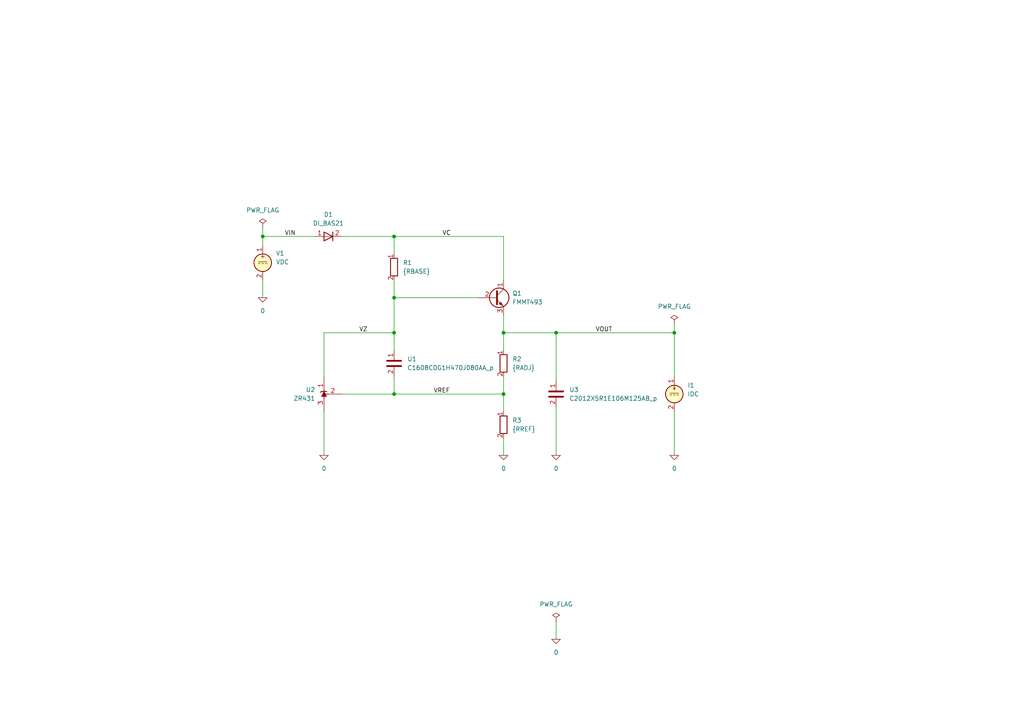
<source format=kicad_sch>
(kicad_sch
	(version 20231120)
	(generator "eeschema")
	(generator_version "8.0")
	(uuid "199042f9-6fdb-48b9-98d1-5108cb1aab14")
	(paper "A4")
	(title_block
		(title "Series regulator for automotive applications")
		(date "2024-12-25")
		(rev "2")
		(company "astroelectronic@")
		(comment 1 "-")
		(comment 2 "-")
		(comment 3 "-")
		(comment 4 "AE01020425")
	)
	(lib_symbols
		(symbol "C_1"
			(pin_names
				(offset 0.254) hide)
			(exclude_from_sim no)
			(in_bom yes)
			(on_board yes)
			(property "Reference" "C"
				(at 0.635 2.54 0)
				(effects
					(font
						(size 1.27 1.27)
					)
					(justify left)
				)
			)
			(property "Value" "C"
				(at 0.635 -2.54 0)
				(effects
					(font
						(size 1.27 1.27)
					)
					(justify left)
				)
			)
			(property "Footprint" ""
				(at 0.9652 -3.81 0)
				(effects
					(font
						(size 1.27 1.27)
					)
					(hide yes)
				)
			)
			(property "Datasheet" "~"
				(at 0 0 0)
				(effects
					(font
						(size 1.27 1.27)
					)
					(hide yes)
				)
			)
			(property "Description" "Unpolarized capacitor"
				(at 0 0 0)
				(effects
					(font
						(size 1.27 1.27)
					)
					(hide yes)
				)
			)
			(property "ki_keywords" "cap capacitor"
				(at 0 0 0)
				(effects
					(font
						(size 1.27 1.27)
					)
					(hide yes)
				)
			)
			(property "ki_fp_filters" "C_*"
				(at 0 0 0)
				(effects
					(font
						(size 1.27 1.27)
					)
					(hide yes)
				)
			)
			(symbol "C_1_0_1"
				(polyline
					(pts
						(xy -2.032 -0.762) (xy 2.032 -0.762)
					)
					(stroke
						(width 0.508)
						(type default)
					)
					(fill
						(type none)
					)
				)
				(polyline
					(pts
						(xy -2.032 0.762) (xy 2.032 0.762)
					)
					(stroke
						(width 0.508)
						(type default)
					)
					(fill
						(type none)
					)
				)
			)
			(symbol "C_1_1_1"
				(pin passive line
					(at 0 3.81 270)
					(length 2.794)
					(name "~"
						(effects
							(font
								(size 1.27 1.27)
							)
						)
					)
					(number "1"
						(effects
							(font
								(size 1.27 1.27)
							)
						)
					)
				)
				(pin passive line
					(at 0 -3.81 90)
					(length 2.794)
					(name "~"
						(effects
							(font
								(size 1.27 1.27)
							)
						)
					)
					(number "2"
						(effects
							(font
								(size 1.27 1.27)
							)
						)
					)
				)
			)
		)
		(symbol "R_1"
			(pin_names
				(offset 0) hide)
			(exclude_from_sim no)
			(in_bom yes)
			(on_board yes)
			(property "Reference" "R"
				(at 2.032 0 90)
				(effects
					(font
						(size 1.27 1.27)
					)
				)
			)
			(property "Value" "R"
				(at 0 0 90)
				(effects
					(font
						(size 1.27 1.27)
					)
				)
			)
			(property "Footprint" ""
				(at -1.778 0 90)
				(effects
					(font
						(size 1.27 1.27)
					)
					(hide yes)
				)
			)
			(property "Datasheet" "~"
				(at 0 0 0)
				(effects
					(font
						(size 1.27 1.27)
					)
					(hide yes)
				)
			)
			(property "Description" "Resistor"
				(at 0 0 0)
				(effects
					(font
						(size 1.27 1.27)
					)
					(hide yes)
				)
			)
			(property "ki_keywords" "R res resistor"
				(at 0 0 0)
				(effects
					(font
						(size 1.27 1.27)
					)
					(hide yes)
				)
			)
			(property "ki_fp_filters" "R_*"
				(at 0 0 0)
				(effects
					(font
						(size 1.27 1.27)
					)
					(hide yes)
				)
			)
			(symbol "R_1_0_1"
				(rectangle
					(start -1.016 -2.54)
					(end 1.016 2.54)
					(stroke
						(width 0.254)
						(type default)
					)
					(fill
						(type none)
					)
				)
			)
			(symbol "R_1_1_1"
				(pin passive line
					(at 0 3.81 270)
					(length 1.27)
					(name "~"
						(effects
							(font
								(size 1.27 1.27)
							)
						)
					)
					(number "1"
						(effects
							(font
								(size 1.27 1.27)
							)
						)
					)
				)
				(pin passive line
					(at 0 -3.81 90)
					(length 1.27)
					(name "~"
						(effects
							(font
								(size 1.27 1.27)
							)
						)
					)
					(number "2"
						(effects
							(font
								(size 1.27 1.27)
							)
						)
					)
				)
			)
		)
		(symbol "R_2"
			(pin_names
				(offset 0) hide)
			(exclude_from_sim no)
			(in_bom yes)
			(on_board yes)
			(property "Reference" "R"
				(at 2.032 0 90)
				(effects
					(font
						(size 1.27 1.27)
					)
				)
			)
			(property "Value" "R"
				(at 0 0 90)
				(effects
					(font
						(size 1.27 1.27)
					)
				)
			)
			(property "Footprint" ""
				(at -1.778 0 90)
				(effects
					(font
						(size 1.27 1.27)
					)
					(hide yes)
				)
			)
			(property "Datasheet" "~"
				(at 0 0 0)
				(effects
					(font
						(size 1.27 1.27)
					)
					(hide yes)
				)
			)
			(property "Description" "Resistor"
				(at 0 0 0)
				(effects
					(font
						(size 1.27 1.27)
					)
					(hide yes)
				)
			)
			(property "ki_keywords" "R res resistor"
				(at 0 0 0)
				(effects
					(font
						(size 1.27 1.27)
					)
					(hide yes)
				)
			)
			(property "ki_fp_filters" "R_*"
				(at 0 0 0)
				(effects
					(font
						(size 1.27 1.27)
					)
					(hide yes)
				)
			)
			(symbol "R_2_0_1"
				(rectangle
					(start -1.016 -2.54)
					(end 1.016 2.54)
					(stroke
						(width 0.254)
						(type default)
					)
					(fill
						(type none)
					)
				)
			)
			(symbol "R_2_1_1"
				(pin passive line
					(at 0 3.81 270)
					(length 1.27)
					(name "~"
						(effects
							(font
								(size 1.27 1.27)
							)
						)
					)
					(number "1"
						(effects
							(font
								(size 1.27 1.27)
							)
						)
					)
				)
				(pin passive line
					(at 0 -3.81 90)
					(length 1.27)
					(name "~"
						(effects
							(font
								(size 1.27 1.27)
							)
						)
					)
					(number "2"
						(effects
							(font
								(size 1.27 1.27)
							)
						)
					)
				)
			)
		)
		(symbol "ZR431:0"
			(power)
			(pin_names
				(offset 0)
			)
			(exclude_from_sim no)
			(in_bom yes)
			(on_board yes)
			(property "Reference" "#GND"
				(at 0 -2.54 0)
				(effects
					(font
						(size 1.27 1.27)
					)
					(hide yes)
				)
			)
			(property "Value" "0"
				(at 0 -1.778 0)
				(effects
					(font
						(size 1.27 1.27)
					)
				)
			)
			(property "Footprint" ""
				(at 0 0 0)
				(effects
					(font
						(size 1.27 1.27)
					)
					(hide yes)
				)
			)
			(property "Datasheet" "~"
				(at 0 0 0)
				(effects
					(font
						(size 1.27 1.27)
					)
					(hide yes)
				)
			)
			(property "Description" "0V reference potential for simulation"
				(at 0 0 0)
				(effects
					(font
						(size 1.27 1.27)
					)
					(hide yes)
				)
			)
			(property "ki_keywords" "simulation"
				(at 0 0 0)
				(effects
					(font
						(size 1.27 1.27)
					)
					(hide yes)
				)
			)
			(symbol "0_0_1"
				(polyline
					(pts
						(xy -1.27 0) (xy 0 -1.27) (xy 1.27 0) (xy -1.27 0)
					)
					(stroke
						(width 0)
						(type default)
					)
					(fill
						(type none)
					)
				)
			)
			(symbol "0_1_1"
				(pin power_in line
					(at 0 0 0)
					(length 0) hide
					(name "0"
						(effects
							(font
								(size 1.016 1.016)
							)
						)
					)
					(number "1"
						(effects
							(font
								(size 1.016 1.016)
							)
						)
					)
				)
			)
		)
		(symbol "ZR431:C"
			(pin_names
				(offset 0.254) hide)
			(exclude_from_sim no)
			(in_bom yes)
			(on_board yes)
			(property "Reference" "C"
				(at 0.635 2.54 0)
				(effects
					(font
						(size 1.27 1.27)
					)
					(justify left)
				)
			)
			(property "Value" "C"
				(at 0.635 -2.54 0)
				(effects
					(font
						(size 1.27 1.27)
					)
					(justify left)
				)
			)
			(property "Footprint" ""
				(at 0.9652 -3.81 0)
				(effects
					(font
						(size 1.27 1.27)
					)
					(hide yes)
				)
			)
			(property "Datasheet" "~"
				(at 0 0 0)
				(effects
					(font
						(size 1.27 1.27)
					)
					(hide yes)
				)
			)
			(property "Description" "Unpolarized capacitor"
				(at 0 0 0)
				(effects
					(font
						(size 1.27 1.27)
					)
					(hide yes)
				)
			)
			(property "ki_keywords" "cap capacitor"
				(at 0 0 0)
				(effects
					(font
						(size 1.27 1.27)
					)
					(hide yes)
				)
			)
			(property "ki_fp_filters" "C_*"
				(at 0 0 0)
				(effects
					(font
						(size 1.27 1.27)
					)
					(hide yes)
				)
			)
			(symbol "C_0_1"
				(polyline
					(pts
						(xy -2.032 -0.762) (xy 2.032 -0.762)
					)
					(stroke
						(width 0.508)
						(type default)
					)
					(fill
						(type none)
					)
				)
				(polyline
					(pts
						(xy -2.032 0.762) (xy 2.032 0.762)
					)
					(stroke
						(width 0.508)
						(type default)
					)
					(fill
						(type none)
					)
				)
			)
			(symbol "C_1_1"
				(pin passive line
					(at 0 3.81 270)
					(length 2.794)
					(name "~"
						(effects
							(font
								(size 1.27 1.27)
							)
						)
					)
					(number "1"
						(effects
							(font
								(size 1.27 1.27)
							)
						)
					)
				)
				(pin passive line
					(at 0 -3.81 90)
					(length 2.794)
					(name "~"
						(effects
							(font
								(size 1.27 1.27)
							)
						)
					)
					(number "2"
						(effects
							(font
								(size 1.27 1.27)
							)
						)
					)
				)
			)
		)
		(symbol "ZR431:DIODE"
			(pin_names
				(offset 1.016) hide)
			(exclude_from_sim no)
			(in_bom yes)
			(on_board yes)
			(property "Reference" "D"
				(at 0 2.54 0)
				(effects
					(font
						(size 1.27 1.27)
					)
				)
			)
			(property "Value" "${SIM.PARAMS}"
				(at 0 -2.54 0)
				(effects
					(font
						(size 1.27 1.27)
					)
				)
			)
			(property "Footprint" ""
				(at 0 0 0)
				(effects
					(font
						(size 1.27 1.27)
					)
					(hide yes)
				)
			)
			(property "Datasheet" "~"
				(at 0 0 0)
				(effects
					(font
						(size 1.27 1.27)
					)
					(hide yes)
				)
			)
			(property "Description" "Diode, anode on pin 1, for simulation only!"
				(at 0 0 0)
				(effects
					(font
						(size 1.27 1.27)
					)
					(hide yes)
				)
			)
			(property "Sim.Pins" "1=1 2=2"
				(at 0 0 0)
				(effects
					(font
						(size 1.27 1.27)
					)
					(hide yes)
				)
			)
			(property "Sim.Device" "SPICE"
				(at 0 0 0)
				(effects
					(font
						(size 1.27 1.27)
					)
					(justify left)
					(hide yes)
				)
			)
			(property "Sim.Params" "type=\"D\" model=\"DIODE\" lib=\"\""
				(at 0 0 0)
				(effects
					(font
						(size 1.27 1.27)
					)
					(hide yes)
				)
			)
			(property "Spice_Netlist_Enabled" "Y"
				(at 0 0 0)
				(effects
					(font
						(size 1.27 1.27)
					)
					(justify left)
					(hide yes)
				)
			)
			(property "ki_keywords" "simulation"
				(at 0 0 0)
				(effects
					(font
						(size 1.27 1.27)
					)
					(hide yes)
				)
			)
			(symbol "DIODE_0_1"
				(polyline
					(pts
						(xy 1.27 0) (xy -1.27 0)
					)
					(stroke
						(width 0)
						(type default)
					)
					(fill
						(type none)
					)
				)
				(polyline
					(pts
						(xy 1.27 1.27) (xy 1.27 -1.27)
					)
					(stroke
						(width 0.254)
						(type default)
					)
					(fill
						(type none)
					)
				)
				(polyline
					(pts
						(xy -1.27 -1.27) (xy -1.27 1.27) (xy 1.27 0) (xy -1.27 -1.27)
					)
					(stroke
						(width 0.254)
						(type default)
					)
					(fill
						(type none)
					)
				)
			)
			(symbol "DIODE_1_1"
				(pin passive line
					(at -3.81 0 0)
					(length 2.54)
					(name "A"
						(effects
							(font
								(size 1.27 1.27)
							)
						)
					)
					(number "1"
						(effects
							(font
								(size 1.27 1.27)
							)
						)
					)
				)
				(pin passive line
					(at 3.81 0 180)
					(length 2.54)
					(name "K"
						(effects
							(font
								(size 1.27 1.27)
							)
						)
					)
					(number "2"
						(effects
							(font
								(size 1.27 1.27)
							)
						)
					)
				)
			)
		)
		(symbol "ZR431:IDC"
			(pin_names
				(offset 0.0254) hide)
			(exclude_from_sim no)
			(in_bom yes)
			(on_board yes)
			(property "Reference" "I"
				(at 2.54 2.54 0)
				(effects
					(font
						(size 1.27 1.27)
					)
					(justify left)
				)
			)
			(property "Value" "1"
				(at 2.54 0 0)
				(effects
					(font
						(size 1.27 1.27)
					)
					(justify left)
				)
			)
			(property "Footprint" ""
				(at 0 0 0)
				(effects
					(font
						(size 1.27 1.27)
					)
					(hide yes)
				)
			)
			(property "Datasheet" "~"
				(at 0 0 0)
				(effects
					(font
						(size 1.27 1.27)
					)
					(hide yes)
				)
			)
			(property "Description" "Current source, DC"
				(at 0 0 0)
				(effects
					(font
						(size 1.27 1.27)
					)
					(hide yes)
				)
			)
			(property "Sim.Pins" "1=+ 2=-"
				(at 0 0 0)
				(effects
					(font
						(size 1.27 1.27)
					)
					(hide yes)
				)
			)
			(property "Sim.Type" "DC"
				(at 0 0 0)
				(effects
					(font
						(size 1.27 1.27)
					)
					(hide yes)
				)
			)
			(property "Sim.Device" "I"
				(at 0 0 0)
				(effects
					(font
						(size 1.27 1.27)
					)
					(justify left)
					(hide yes)
				)
			)
			(property "Spice_Netlist_Enabled" "Y"
				(at 0 0 0)
				(effects
					(font
						(size 1.27 1.27)
					)
					(justify left)
					(hide yes)
				)
			)
			(property "ki_keywords" "simulation"
				(at 0 0 0)
				(effects
					(font
						(size 1.27 1.27)
					)
					(hide yes)
				)
			)
			(symbol "IDC_0_0"
				(polyline
					(pts
						(xy -1.27 0.254) (xy 1.27 0.254)
					)
					(stroke
						(width 0)
						(type default)
					)
					(fill
						(type none)
					)
				)
				(polyline
					(pts
						(xy -0.762 -0.254) (xy -1.27 -0.254)
					)
					(stroke
						(width 0)
						(type default)
					)
					(fill
						(type none)
					)
				)
				(polyline
					(pts
						(xy 0.254 -0.254) (xy -0.254 -0.254)
					)
					(stroke
						(width 0)
						(type default)
					)
					(fill
						(type none)
					)
				)
				(polyline
					(pts
						(xy 1.27 -0.254) (xy 0.762 -0.254)
					)
					(stroke
						(width 0)
						(type default)
					)
					(fill
						(type none)
					)
				)
			)
			(symbol "IDC_0_1"
				(polyline
					(pts
						(xy 0 1.27) (xy 0 2.286)
					)
					(stroke
						(width 0)
						(type default)
					)
					(fill
						(type none)
					)
				)
				(polyline
					(pts
						(xy -0.254 1.778) (xy 0 1.27) (xy 0.254 1.778)
					)
					(stroke
						(width 0)
						(type default)
					)
					(fill
						(type none)
					)
				)
				(circle
					(center 0 0)
					(radius 2.54)
					(stroke
						(width 0.254)
						(type default)
					)
					(fill
						(type background)
					)
				)
			)
			(symbol "IDC_1_1"
				(pin passive line
					(at 0 5.08 270)
					(length 2.54)
					(name "~"
						(effects
							(font
								(size 1.27 1.27)
							)
						)
					)
					(number "1"
						(effects
							(font
								(size 1.27 1.27)
							)
						)
					)
				)
				(pin passive line
					(at 0 -5.08 90)
					(length 2.54)
					(name "~"
						(effects
							(font
								(size 1.27 1.27)
							)
						)
					)
					(number "2"
						(effects
							(font
								(size 1.27 1.27)
							)
						)
					)
				)
			)
		)
		(symbol "ZR431:PWR_FLAG"
			(power)
			(pin_numbers hide)
			(pin_names
				(offset 0) hide)
			(exclude_from_sim no)
			(in_bom yes)
			(on_board yes)
			(property "Reference" "#FLG"
				(at 0 1.905 0)
				(effects
					(font
						(size 1.27 1.27)
					)
					(hide yes)
				)
			)
			(property "Value" "PWR_FLAG"
				(at 0 3.81 0)
				(effects
					(font
						(size 1.27 1.27)
					)
				)
			)
			(property "Footprint" ""
				(at 0 0 0)
				(effects
					(font
						(size 1.27 1.27)
					)
					(hide yes)
				)
			)
			(property "Datasheet" "~"
				(at 0 0 0)
				(effects
					(font
						(size 1.27 1.27)
					)
					(hide yes)
				)
			)
			(property "Description" "Special symbol for telling ERC where power comes from"
				(at 0 0 0)
				(effects
					(font
						(size 1.27 1.27)
					)
					(hide yes)
				)
			)
			(property "ki_keywords" "flag power"
				(at 0 0 0)
				(effects
					(font
						(size 1.27 1.27)
					)
					(hide yes)
				)
			)
			(symbol "PWR_FLAG_0_0"
				(pin power_out line
					(at 0 0 90)
					(length 0)
					(name "pwr"
						(effects
							(font
								(size 1.27 1.27)
							)
						)
					)
					(number "1"
						(effects
							(font
								(size 1.27 1.27)
							)
						)
					)
				)
			)
			(symbol "PWR_FLAG_0_1"
				(polyline
					(pts
						(xy 0 0) (xy 0 1.27) (xy -1.016 1.905) (xy 0 2.54) (xy 1.016 1.905) (xy 0 1.27)
					)
					(stroke
						(width 0)
						(type default)
					)
					(fill
						(type none)
					)
				)
			)
		)
		(symbol "ZR431:Q_NPN_CBE"
			(pin_names
				(offset 0) hide)
			(exclude_from_sim no)
			(in_bom yes)
			(on_board yes)
			(property "Reference" "Q"
				(at 5.08 1.27 0)
				(effects
					(font
						(size 1.27 1.27)
					)
					(justify left)
				)
			)
			(property "Value" "Q_NPN_CBE"
				(at 5.08 -1.27 0)
				(effects
					(font
						(size 1.27 1.27)
					)
					(justify left)
				)
			)
			(property "Footprint" ""
				(at 5.08 2.54 0)
				(effects
					(font
						(size 1.27 1.27)
					)
					(hide yes)
				)
			)
			(property "Datasheet" "~"
				(at 0 0 0)
				(effects
					(font
						(size 1.27 1.27)
					)
					(hide yes)
				)
			)
			(property "Description" "NPN transistor, collector/base/emitter"
				(at 0 0 0)
				(effects
					(font
						(size 1.27 1.27)
					)
					(hide yes)
				)
			)
			(property "ki_keywords" "transistor NPN"
				(at 0 0 0)
				(effects
					(font
						(size 1.27 1.27)
					)
					(hide yes)
				)
			)
			(symbol "Q_NPN_CBE_0_1"
				(polyline
					(pts
						(xy 0.635 0.635) (xy 2.54 2.54)
					)
					(stroke
						(width 0)
						(type default)
					)
					(fill
						(type none)
					)
				)
				(polyline
					(pts
						(xy 0.635 -0.635) (xy 2.54 -2.54) (xy 2.54 -2.54)
					)
					(stroke
						(width 0)
						(type default)
					)
					(fill
						(type none)
					)
				)
				(polyline
					(pts
						(xy 0.635 1.905) (xy 0.635 -1.905) (xy 0.635 -1.905)
					)
					(stroke
						(width 0.508)
						(type default)
					)
					(fill
						(type none)
					)
				)
				(polyline
					(pts
						(xy 1.27 -1.778) (xy 1.778 -1.27) (xy 2.286 -2.286) (xy 1.27 -1.778) (xy 1.27 -1.778)
					)
					(stroke
						(width 0)
						(type default)
					)
					(fill
						(type outline)
					)
				)
				(circle
					(center 1.27 0)
					(radius 2.8194)
					(stroke
						(width 0.254)
						(type default)
					)
					(fill
						(type none)
					)
				)
			)
			(symbol "Q_NPN_CBE_1_1"
				(pin passive line
					(at 2.54 5.08 270)
					(length 2.54)
					(name "C"
						(effects
							(font
								(size 1.27 1.27)
							)
						)
					)
					(number "1"
						(effects
							(font
								(size 1.27 1.27)
							)
						)
					)
				)
				(pin input line
					(at -5.08 0 0)
					(length 5.715)
					(name "B"
						(effects
							(font
								(size 1.27 1.27)
							)
						)
					)
					(number "2"
						(effects
							(font
								(size 1.27 1.27)
							)
						)
					)
				)
				(pin passive line
					(at 2.54 -5.08 90)
					(length 2.54)
					(name "E"
						(effects
							(font
								(size 1.27 1.27)
							)
						)
					)
					(number "3"
						(effects
							(font
								(size 1.27 1.27)
							)
						)
					)
				)
			)
		)
		(symbol "ZR431:R"
			(pin_names
				(offset 0) hide)
			(exclude_from_sim no)
			(in_bom yes)
			(on_board yes)
			(property "Reference" "R"
				(at 2.032 0 90)
				(effects
					(font
						(size 1.27 1.27)
					)
				)
			)
			(property "Value" "R"
				(at 0 0 90)
				(effects
					(font
						(size 1.27 1.27)
					)
				)
			)
			(property "Footprint" ""
				(at -1.778 0 90)
				(effects
					(font
						(size 1.27 1.27)
					)
					(hide yes)
				)
			)
			(property "Datasheet" "~"
				(at 0 0 0)
				(effects
					(font
						(size 1.27 1.27)
					)
					(hide yes)
				)
			)
			(property "Description" "Resistor"
				(at 0 0 0)
				(effects
					(font
						(size 1.27 1.27)
					)
					(hide yes)
				)
			)
			(property "ki_keywords" "R res resistor"
				(at 0 0 0)
				(effects
					(font
						(size 1.27 1.27)
					)
					(hide yes)
				)
			)
			(property "ki_fp_filters" "R_*"
				(at 0 0 0)
				(effects
					(font
						(size 1.27 1.27)
					)
					(hide yes)
				)
			)
			(symbol "R_0_1"
				(rectangle
					(start -1.016 -2.54)
					(end 1.016 2.54)
					(stroke
						(width 0.254)
						(type default)
					)
					(fill
						(type none)
					)
				)
			)
			(symbol "R_1_1"
				(pin passive line
					(at 0 3.81 270)
					(length 1.27)
					(name "~"
						(effects
							(font
								(size 1.27 1.27)
							)
						)
					)
					(number "1"
						(effects
							(font
								(size 1.27 1.27)
							)
						)
					)
				)
				(pin passive line
					(at 0 -3.81 90)
					(length 1.27)
					(name "~"
						(effects
							(font
								(size 1.27 1.27)
							)
						)
					)
					(number "2"
						(effects
							(font
								(size 1.27 1.27)
							)
						)
					)
				)
			)
		)
		(symbol "ZR431:VDC"
			(pin_names
				(offset 0.0254) hide)
			(exclude_from_sim no)
			(in_bom yes)
			(on_board yes)
			(property "Reference" "V"
				(at 2.54 2.54 0)
				(effects
					(font
						(size 1.27 1.27)
					)
					(justify left)
				)
			)
			(property "Value" "1"
				(at 2.54 0 0)
				(effects
					(font
						(size 1.27 1.27)
					)
					(justify left)
				)
			)
			(property "Footprint" ""
				(at 0 0 0)
				(effects
					(font
						(size 1.27 1.27)
					)
					(hide yes)
				)
			)
			(property "Datasheet" "~"
				(at 0 0 0)
				(effects
					(font
						(size 1.27 1.27)
					)
					(hide yes)
				)
			)
			(property "Description" "Voltage source, DC"
				(at 0 0 0)
				(effects
					(font
						(size 1.27 1.27)
					)
					(hide yes)
				)
			)
			(property "Sim.Pins" "1=+ 2=-"
				(at 0 0 0)
				(effects
					(font
						(size 1.27 1.27)
					)
					(hide yes)
				)
			)
			(property "Sim.Type" "DC"
				(at 0 0 0)
				(effects
					(font
						(size 1.27 1.27)
					)
					(hide yes)
				)
			)
			(property "Sim.Device" "V"
				(at 0 0 0)
				(effects
					(font
						(size 1.27 1.27)
					)
					(justify left)
					(hide yes)
				)
			)
			(property "Spice_Netlist_Enabled" "Y"
				(at 0 0 0)
				(effects
					(font
						(size 1.27 1.27)
					)
					(justify left)
					(hide yes)
				)
			)
			(property "ki_keywords" "simulation"
				(at 0 0 0)
				(effects
					(font
						(size 1.27 1.27)
					)
					(hide yes)
				)
			)
			(symbol "VDC_0_0"
				(polyline
					(pts
						(xy -1.27 0.254) (xy 1.27 0.254)
					)
					(stroke
						(width 0)
						(type default)
					)
					(fill
						(type none)
					)
				)
				(polyline
					(pts
						(xy -0.762 -0.254) (xy -1.27 -0.254)
					)
					(stroke
						(width 0)
						(type default)
					)
					(fill
						(type none)
					)
				)
				(polyline
					(pts
						(xy 0.254 -0.254) (xy -0.254 -0.254)
					)
					(stroke
						(width 0)
						(type default)
					)
					(fill
						(type none)
					)
				)
				(polyline
					(pts
						(xy 1.27 -0.254) (xy 0.762 -0.254)
					)
					(stroke
						(width 0)
						(type default)
					)
					(fill
						(type none)
					)
				)
				(text "+"
					(at 0 1.905 0)
					(effects
						(font
							(size 1.27 1.27)
						)
					)
				)
			)
			(symbol "VDC_0_1"
				(circle
					(center 0 0)
					(radius 2.54)
					(stroke
						(width 0.254)
						(type default)
					)
					(fill
						(type background)
					)
				)
			)
			(symbol "VDC_1_1"
				(pin passive line
					(at 0 5.08 270)
					(length 2.54)
					(name "~"
						(effects
							(font
								(size 1.27 1.27)
							)
						)
					)
					(number "1"
						(effects
							(font
								(size 1.27 1.27)
							)
						)
					)
				)
				(pin passive line
					(at 0 -5.08 90)
					(length 2.54)
					(name "~"
						(effects
							(font
								(size 1.27 1.27)
							)
						)
					)
					(number "2"
						(effects
							(font
								(size 1.27 1.27)
							)
						)
					)
				)
			)
		)
		(symbol "ZR431:ZR431"
			(pin_names hide)
			(exclude_from_sim no)
			(in_bom yes)
			(on_board yes)
			(property "Reference" "U"
				(at 0 -2.54 0)
				(effects
					(font
						(size 1.27 1.27)
					)
				)
			)
			(property "Value" "ZR431"
				(at 0 -4.445 0)
				(effects
					(font
						(size 1.27 1.27)
					)
				)
			)
			(property "Footprint" ""
				(at 0 -6.35 0)
				(effects
					(font
						(size 1.27 1.27)
						(italic yes)
					)
					(hide yes)
				)
			)
			(property "Datasheet" "https://www.diodes.com/assets/Datasheets/ZR431.pdf"
				(at 0 -6.35 0)
				(effects
					(font
						(size 1.27 1.27)
						(italic yes)
					)
					(hide yes)
				)
			)
			(property "Description" "Shunt Regulator, SOT-23, SOT-223"
				(at 0 0 0)
				(effects
					(font
						(size 1.27 1.27)
					)
					(hide yes)
				)
			)
			(property "ki_keywords" "diode device shunt regulator. Simulation."
				(at 0 0 0)
				(effects
					(font
						(size 1.27 1.27)
					)
					(hide yes)
				)
			)
			(property "ki_fp_filters" "SOIC?8*3.9x4.9mm*P1.27mm*"
				(at 0 0 0)
				(effects
					(font
						(size 1.27 1.27)
					)
					(hide yes)
				)
			)
			(symbol "ZR431_0_1"
				(polyline
					(pts
						(xy -1.27 0) (xy 0 0) (xy 1.27 0)
					)
					(stroke
						(width 0)
						(type default)
					)
					(fill
						(type none)
					)
				)
				(polyline
					(pts
						(xy -0.762 0.762) (xy 0.762 0) (xy -0.762 -0.762)
					)
					(stroke
						(width 0)
						(type default)
					)
					(fill
						(type outline)
					)
				)
				(polyline
					(pts
						(xy 0.508 -1.016) (xy 0.762 -0.762) (xy 0.762 0.762) (xy 0.762 0.762)
					)
					(stroke
						(width 0.254)
						(type default)
					)
					(fill
						(type none)
					)
				)
			)
			(symbol "ZR431_1_1"
				(polyline
					(pts
						(xy 0 1.27) (xy 0 0)
					)
					(stroke
						(width 0)
						(type default)
					)
					(fill
						(type none)
					)
				)
				(pin passive line
					(at 5.08 0 180)
					(length 5.08)
					(name "K"
						(effects
							(font
								(size 1.27 1.27)
							)
						)
					)
					(number "1"
						(effects
							(font
								(size 1.27 1.27)
							)
						)
					)
				)
				(pin passive line
					(at 0 5.08 270)
					(length 5.08)
					(name "REF"
						(effects
							(font
								(size 1.27 1.27)
							)
						)
					)
					(number "2"
						(effects
							(font
								(size 1.27 1.27)
							)
						)
					)
				)
				(pin passive line
					(at -5.08 0 0)
					(length 5.08)
					(name "A"
						(effects
							(font
								(size 1.27 1.27)
							)
						)
					)
					(number "3"
						(effects
							(font
								(size 1.27 1.27)
							)
						)
					)
				)
			)
		)
	)
	(junction
		(at 114.3 96.52)
		(diameter 0)
		(color 0 0 0 0)
		(uuid "0aff0b6f-eccc-4b81-a4db-a97958a40086")
	)
	(junction
		(at 76.2 68.58)
		(diameter 0)
		(color 0 0 0 0)
		(uuid "14a1276d-dbc7-4947-89e8-822f0642fb7c")
	)
	(junction
		(at 161.29 96.52)
		(diameter 0)
		(color 0 0 0 0)
		(uuid "3e76878a-4d7a-4ea5-ad96-63adb548e2c4")
	)
	(junction
		(at 114.3 86.36)
		(diameter 0)
		(color 0 0 0 0)
		(uuid "53d34366-3554-4f2b-bdbf-08556a7c0a95")
	)
	(junction
		(at 146.05 114.3)
		(diameter 0)
		(color 0 0 0 0)
		(uuid "54bd7ed3-ea7f-45c3-8391-8ed45b8c1191")
	)
	(junction
		(at 114.3 68.58)
		(diameter 0)
		(color 0 0 0 0)
		(uuid "987d377a-19a2-4a9b-8232-10f2d1d6c1c3")
	)
	(junction
		(at 195.58 96.52)
		(diameter 0)
		(color 0 0 0 0)
		(uuid "9c633633-99d6-4ea7-8e13-c6f8e71bc52f")
	)
	(junction
		(at 114.3 114.3)
		(diameter 0)
		(color 0 0 0 0)
		(uuid "c90e26d2-f5b5-413b-965d-55f8672f6d67")
	)
	(junction
		(at 146.05 96.52)
		(diameter 0)
		(color 0 0 0 0)
		(uuid "d2a3c8d7-beb8-4c48-9137-9e1c81d653f0")
	)
	(wire
		(pts
			(xy 114.3 86.36) (xy 138.43 86.36)
		)
		(stroke
			(width 0)
			(type default)
		)
		(uuid "02d637c3-626c-49b5-bd95-081e5e9800f4")
	)
	(wire
		(pts
			(xy 76.2 66.04) (xy 76.2 68.58)
		)
		(stroke
			(width 0)
			(type default)
		)
		(uuid "08f235ab-4d05-4716-99e7-5df406b19d7f")
	)
	(wire
		(pts
			(xy 76.2 68.58) (xy 76.2 71.12)
		)
		(stroke
			(width 0)
			(type default)
		)
		(uuid "0ff49d33-d6b6-49e1-adf5-8b98546318d3")
	)
	(wire
		(pts
			(xy 114.3 86.36) (xy 114.3 96.52)
		)
		(stroke
			(width 0)
			(type default)
		)
		(uuid "1cf7520e-caca-4112-bca9-19e4d8591742")
	)
	(wire
		(pts
			(xy 76.2 68.58) (xy 91.44 68.58)
		)
		(stroke
			(width 0)
			(type default)
		)
		(uuid "20595745-a148-444b-92a5-29d73f17eb46")
	)
	(wire
		(pts
			(xy 161.29 110.49) (xy 161.29 96.52)
		)
		(stroke
			(width 0)
			(type default)
		)
		(uuid "302ea525-e66a-4e18-8bd9-5e3ef3611cfe")
	)
	(wire
		(pts
			(xy 114.3 114.3) (xy 146.05 114.3)
		)
		(stroke
			(width 0)
			(type default)
		)
		(uuid "350dcd6c-0afa-4463-9e50-75730e337ce1")
	)
	(wire
		(pts
			(xy 114.3 109.22) (xy 114.3 114.3)
		)
		(stroke
			(width 0)
			(type default)
		)
		(uuid "3c025a6f-50ba-4483-8b6c-429c9d508b16")
	)
	(wire
		(pts
			(xy 146.05 68.58) (xy 146.05 81.28)
		)
		(stroke
			(width 0)
			(type default)
		)
		(uuid "3f64c820-684a-4291-8800-bebd06f6378e")
	)
	(wire
		(pts
			(xy 146.05 91.44) (xy 146.05 96.52)
		)
		(stroke
			(width 0)
			(type default)
		)
		(uuid "4af9b4d1-4ff2-4cbc-8d27-d02cb396663b")
	)
	(wire
		(pts
			(xy 93.98 96.52) (xy 114.3 96.52)
		)
		(stroke
			(width 0)
			(type default)
		)
		(uuid "4e0cbda6-ddf9-4444-9494-5c7a5e325d58")
	)
	(wire
		(pts
			(xy 114.3 68.58) (xy 146.05 68.58)
		)
		(stroke
			(width 0)
			(type default)
		)
		(uuid "5aed6495-5b14-4e63-be57-c9a4a523b8a9")
	)
	(wire
		(pts
			(xy 114.3 114.3) (xy 99.06 114.3)
		)
		(stroke
			(width 0)
			(type default)
		)
		(uuid "5f24f636-8c78-4fd9-8bbb-fe40df557521")
	)
	(wire
		(pts
			(xy 195.58 96.52) (xy 195.58 109.22)
		)
		(stroke
			(width 0)
			(type default)
		)
		(uuid "5f561b15-509f-4804-be05-edb342398c41")
	)
	(wire
		(pts
			(xy 99.06 68.58) (xy 114.3 68.58)
		)
		(stroke
			(width 0)
			(type default)
		)
		(uuid "6db848eb-4de7-4ba5-b89d-a6d617818213")
	)
	(wire
		(pts
			(xy 195.58 119.38) (xy 195.58 132.08)
		)
		(stroke
			(width 0)
			(type default)
		)
		(uuid "7f994d8d-eebf-4240-9cd5-ed267c7ca79b")
	)
	(wire
		(pts
			(xy 146.05 96.52) (xy 161.29 96.52)
		)
		(stroke
			(width 0)
			(type default)
		)
		(uuid "85c3ed6e-2667-4bc0-91cb-e0a954fdb93a")
	)
	(wire
		(pts
			(xy 146.05 114.3) (xy 146.05 119.38)
		)
		(stroke
			(width 0)
			(type default)
		)
		(uuid "891fc1d6-d547-449e-b43e-8c175ee8099b")
	)
	(wire
		(pts
			(xy 114.3 68.58) (xy 114.3 73.66)
		)
		(stroke
			(width 0)
			(type default)
		)
		(uuid "8cb61e79-f82f-4ca6-9f74-af9af22600d8")
	)
	(wire
		(pts
			(xy 161.29 180.34) (xy 161.29 185.42)
		)
		(stroke
			(width 0)
			(type default)
		)
		(uuid "a5b5f87d-7e7f-406b-89f4-1cdd798788d6")
	)
	(wire
		(pts
			(xy 93.98 119.38) (xy 93.98 132.08)
		)
		(stroke
			(width 0)
			(type default)
		)
		(uuid "b23327aa-f714-485c-97ea-3166d830178d")
	)
	(wire
		(pts
			(xy 161.29 96.52) (xy 195.58 96.52)
		)
		(stroke
			(width 0)
			(type default)
		)
		(uuid "bc5df815-9dc4-4a8a-ae5a-fa1a796930e3")
	)
	(wire
		(pts
			(xy 114.3 81.28) (xy 114.3 86.36)
		)
		(stroke
			(width 0)
			(type default)
		)
		(uuid "c193f957-ad7d-424d-8d66-3d2822429098")
	)
	(wire
		(pts
			(xy 146.05 114.3) (xy 146.05 109.22)
		)
		(stroke
			(width 0)
			(type default)
		)
		(uuid "d0abcb95-bd76-461e-a77d-18a68fdc8943")
	)
	(wire
		(pts
			(xy 114.3 96.52) (xy 114.3 101.6)
		)
		(stroke
			(width 0)
			(type default)
		)
		(uuid "d78c915b-ba5c-4824-b3cf-838c0a8125cf")
	)
	(wire
		(pts
			(xy 195.58 93.98) (xy 195.58 96.52)
		)
		(stroke
			(width 0)
			(type default)
		)
		(uuid "e429a60c-399e-465b-8f05-2604a2d4e6f5")
	)
	(wire
		(pts
			(xy 146.05 96.52) (xy 146.05 101.6)
		)
		(stroke
			(width 0)
			(type default)
		)
		(uuid "e683ded9-f2e5-46ed-a577-63780dfd42b9")
	)
	(wire
		(pts
			(xy 146.05 127) (xy 146.05 132.08)
		)
		(stroke
			(width 0)
			(type default)
		)
		(uuid "f3ec9616-3a36-4063-a005-2c4426c3c032")
	)
	(wire
		(pts
			(xy 76.2 81.28) (xy 76.2 86.36)
		)
		(stroke
			(width 0)
			(type default)
		)
		(uuid "f952dcf3-6d37-4a59-bb1c-a49cd45e87ca")
	)
	(wire
		(pts
			(xy 161.29 118.11) (xy 161.29 132.08)
		)
		(stroke
			(width 0)
			(type default)
		)
		(uuid "fcf2b014-90e4-4826-919c-560c5d1e0a4f")
	)
	(wire
		(pts
			(xy 93.98 109.22) (xy 93.98 96.52)
		)
		(stroke
			(width 0)
			(type default)
		)
		(uuid "feb836da-b1c0-4793-b595-004624384ac2")
	)
	(label "VOUT"
		(at 172.72 96.52 0)
		(fields_autoplaced yes)
		(effects
			(font
				(size 1.27 1.27)
			)
			(justify left bottom)
		)
		(uuid "8a6e34a7-57a9-4791-bb84-73b8e9a31697")
	)
	(label "VZ"
		(at 104.14 96.52 0)
		(fields_autoplaced yes)
		(effects
			(font
				(size 1.27 1.27)
			)
			(justify left bottom)
		)
		(uuid "95873439-dd11-4ca3-999c-544ad68eddd1")
	)
	(label "VIN"
		(at 82.55 68.58 0)
		(fields_autoplaced yes)
		(effects
			(font
				(size 1.27 1.27)
			)
			(justify left bottom)
		)
		(uuid "b251e546-13a6-4d0d-950b-163c969c1bbc")
	)
	(label "VREF"
		(at 125.73 114.3 0)
		(fields_autoplaced yes)
		(effects
			(font
				(size 1.27 1.27)
			)
			(justify left bottom)
		)
		(uuid "d0d6adb0-012c-4f88-95fb-710a07a8ba99")
	)
	(label "VC"
		(at 128.27 68.58 0)
		(fields_autoplaced yes)
		(effects
			(font
				(size 1.27 1.27)
			)
			(justify left bottom)
		)
		(uuid "e47816aa-0e22-4d4b-b813-0da63f1f3434")
	)
	(symbol
		(lib_id "ZR431:0")
		(at 195.58 132.08 0)
		(unit 1)
		(exclude_from_sim no)
		(in_bom yes)
		(on_board yes)
		(dnp no)
		(fields_autoplaced yes)
		(uuid "01d3bcd2-790c-4538-92c7-aaf142c423db")
		(property "Reference" "#GND06"
			(at 195.58 134.62 0)
			(effects
				(font
					(size 1.27 1.27)
				)
				(hide yes)
			)
		)
		(property "Value" "0"
			(at 195.58 135.89 0)
			(effects
				(font
					(size 1.27 1.27)
				)
			)
		)
		(property "Footprint" ""
			(at 195.58 132.08 0)
			(effects
				(font
					(size 1.27 1.27)
				)
				(hide yes)
			)
		)
		(property "Datasheet" "~"
			(at 195.58 132.08 0)
			(effects
				(font
					(size 1.27 1.27)
				)
				(hide yes)
			)
		)
		(property "Description" ""
			(at 195.58 132.08 0)
			(effects
				(font
					(size 1.27 1.27)
				)
				(hide yes)
			)
		)
		(pin "1"
			(uuid "8e999bd7-67de-45a4-9f82-df1034e9d99b")
		)
		(instances
			(project ""
				(path "/199042f9-6fdb-48b9-98d1-5108cb1aab14"
					(reference "#GND06")
					(unit 1)
				)
			)
		)
	)
	(symbol
		(lib_id "ZR431:PWR_FLAG")
		(at 195.58 93.98 0)
		(unit 1)
		(exclude_from_sim no)
		(in_bom yes)
		(on_board yes)
		(dnp no)
		(fields_autoplaced yes)
		(uuid "117b6fd1-6d28-4345-adc8-c09b9112f598")
		(property "Reference" "#FLG03"
			(at 195.58 92.075 0)
			(effects
				(font
					(size 1.27 1.27)
				)
				(hide yes)
			)
		)
		(property "Value" "PWR_FLAG"
			(at 195.58 88.9 0)
			(effects
				(font
					(size 1.27 1.27)
				)
			)
		)
		(property "Footprint" ""
			(at 195.58 93.98 0)
			(effects
				(font
					(size 1.27 1.27)
				)
				(hide yes)
			)
		)
		(property "Datasheet" "~"
			(at 195.58 93.98 0)
			(effects
				(font
					(size 1.27 1.27)
				)
				(hide yes)
			)
		)
		(property "Description" ""
			(at 195.58 93.98 0)
			(effects
				(font
					(size 1.27 1.27)
				)
				(hide yes)
			)
		)
		(pin "1"
			(uuid "36cadb20-091d-46f1-a427-a0d1e3ece68b")
		)
		(instances
			(project ""
				(path "/199042f9-6fdb-48b9-98d1-5108cb1aab14"
					(reference "#FLG03")
					(unit 1)
				)
			)
		)
	)
	(symbol
		(lib_name "ZR431:VDC")
		(lib_id "ZR431:VDC")
		(at 76.2 76.2 0)
		(unit 1)
		(exclude_from_sim no)
		(in_bom yes)
		(on_board yes)
		(dnp no)
		(fields_autoplaced yes)
		(uuid "13152bc8-9bc6-46d3-9119-01e69d3399b6")
		(property "Reference" "V1"
			(at 80.01 73.4701 0)
			(effects
				(font
					(size 1.27 1.27)
				)
				(justify left)
			)
		)
		(property "Value" "VDC"
			(at 80.01 76.0101 0)
			(effects
				(font
					(size 1.27 1.27)
				)
				(justify left)
			)
		)
		(property "Footprint" ""
			(at 76.2 76.2 0)
			(effects
				(font
					(size 1.27 1.27)
				)
				(hide yes)
			)
		)
		(property "Datasheet" "~"
			(at 76.2 76.2 0)
			(effects
				(font
					(size 1.27 1.27)
				)
				(hide yes)
			)
		)
		(property "Description" ""
			(at 76.2 76.2 0)
			(effects
				(font
					(size 1.27 1.27)
				)
				(hide yes)
			)
		)
		(property "Sim.Device" "SPICE"
			(at 76.2 76.2 0)
			(effects
				(font
					(size 1.27 1.27)
				)
				(justify left)
				(hide yes)
			)
		)
		(property "Sim.Params" "type=\"V\" model=\"{VSOURCE}\" lib=\"\""
			(at -11.43 5.08 0)
			(effects
				(font
					(size 1.27 1.27)
				)
				(hide yes)
			)
		)
		(property "Sim.Pins" "1=1 2=2"
			(at -11.43 5.08 0)
			(effects
				(font
					(size 1.27 1.27)
				)
				(hide yes)
			)
		)
		(pin "1"
			(uuid "fdf793e8-b140-4ce0-86c1-ef6491a89471")
		)
		(pin "2"
			(uuid "39241901-029b-4b54-87fe-8b19042f316a")
		)
		(instances
			(project ""
				(path "/199042f9-6fdb-48b9-98d1-5108cb1aab14"
					(reference "V1")
					(unit 1)
				)
			)
		)
	)
	(symbol
		(lib_id "ZR431:PWR_FLAG")
		(at 76.2 66.04 0)
		(unit 1)
		(exclude_from_sim no)
		(in_bom yes)
		(on_board yes)
		(dnp no)
		(fields_autoplaced yes)
		(uuid "2944be09-7331-4efa-a9e8-d940ceda5b45")
		(property "Reference" "#FLG01"
			(at 76.2 64.135 0)
			(effects
				(font
					(size 1.27 1.27)
				)
				(hide yes)
			)
		)
		(property "Value" "PWR_FLAG"
			(at 76.2 60.96 0)
			(effects
				(font
					(size 1.27 1.27)
				)
			)
		)
		(property "Footprint" ""
			(at 76.2 66.04 0)
			(effects
				(font
					(size 1.27 1.27)
				)
				(hide yes)
			)
		)
		(property "Datasheet" "~"
			(at 76.2 66.04 0)
			(effects
				(font
					(size 1.27 1.27)
				)
				(hide yes)
			)
		)
		(property "Description" ""
			(at 76.2 66.04 0)
			(effects
				(font
					(size 1.27 1.27)
				)
				(hide yes)
			)
		)
		(pin "1"
			(uuid "51df0b2f-8ce5-4e06-8456-d97d5125f4e7")
		)
		(instances
			(project ""
				(path "/199042f9-6fdb-48b9-98d1-5108cb1aab14"
					(reference "#FLG01")
					(unit 1)
				)
			)
		)
	)
	(symbol
		(lib_id "ZR431:ZR431")
		(at 93.98 114.3 270)
		(mirror x)
		(unit 1)
		(exclude_from_sim no)
		(in_bom yes)
		(on_board yes)
		(dnp no)
		(fields_autoplaced yes)
		(uuid "3c0cd7f3-7b70-4012-9831-e4cff489ca4a")
		(property "Reference" "U2"
			(at 91.44 113.0299 90)
			(effects
				(font
					(size 1.27 1.27)
				)
				(justify right)
			)
		)
		(property "Value" "ZR431"
			(at 91.44 115.5699 90)
			(effects
				(font
					(size 1.27 1.27)
				)
				(justify right)
			)
		)
		(property "Footprint" ""
			(at 87.63 114.3 0)
			(effects
				(font
					(size 1.27 1.27)
					(italic yes)
				)
				(hide yes)
			)
		)
		(property "Datasheet" "https://www.diodes.com/assets/Datasheets/ZR431.pdf"
			(at 87.63 114.3 0)
			(effects
				(font
					(size 1.27 1.27)
					(italic yes)
				)
				(hide yes)
			)
		)
		(property "Description" ""
			(at 93.98 114.3 0)
			(effects
				(font
					(size 1.27 1.27)
				)
				(hide yes)
			)
		)
		(property "Sim.Device" "SUBCKT"
			(at 93.98 114.3 0)
			(effects
				(font
					(size 1.27 1.27)
				)
				(hide yes)
			)
		)
		(property "Sim.Pins" "1=1 2=2 3=3"
			(at -11.43 5.08 0)
			(effects
				(font
					(size 1.27 1.27)
				)
				(hide yes)
			)
		)
		(property "Sim.Library" "C:\\AE\\ZR431\\_models\\ZR431.spice.txt"
			(at 93.98 114.3 0)
			(effects
				(font
					(size 1.27 1.27)
				)
				(hide yes)
			)
		)
		(property "Sim.Name" "ZR431"
			(at 93.98 114.3 0)
			(effects
				(font
					(size 1.27 1.27)
				)
				(hide yes)
			)
		)
		(pin "1"
			(uuid "a4c380d8-9fe6-4e22-9eee-1cbb700c6b5c")
		)
		(pin "2"
			(uuid "dcc51a53-a5a9-4f24-90da-23f683ac05b1")
		)
		(pin "3"
			(uuid "bc4de2bb-b523-48fe-b975-7937a9fe20de")
		)
		(instances
			(project ""
				(path "/199042f9-6fdb-48b9-98d1-5108cb1aab14"
					(reference "U2")
					(unit 1)
				)
			)
		)
	)
	(symbol
		(lib_name "ZR431:IDC")
		(lib_id "ZR431:IDC")
		(at 195.58 114.3 0)
		(unit 1)
		(exclude_from_sim no)
		(in_bom yes)
		(on_board yes)
		(dnp no)
		(fields_autoplaced yes)
		(uuid "51a870c5-2ea5-4013-a603-52073917022d")
		(property "Reference" "I1"
			(at 199.39 111.7599 0)
			(effects
				(font
					(size 1.27 1.27)
				)
				(justify left)
			)
		)
		(property "Value" "IDC"
			(at 199.39 114.2999 0)
			(effects
				(font
					(size 1.27 1.27)
				)
				(justify left)
			)
		)
		(property "Footprint" ""
			(at 195.58 114.3 0)
			(effects
				(font
					(size 1.27 1.27)
				)
				(hide yes)
			)
		)
		(property "Datasheet" "~"
			(at 195.58 114.3 0)
			(effects
				(font
					(size 1.27 1.27)
				)
				(hide yes)
			)
		)
		(property "Description" ""
			(at 195.58 114.3 0)
			(effects
				(font
					(size 1.27 1.27)
				)
				(hide yes)
			)
		)
		(property "Sim.Device" "SPICE"
			(at 195.58 114.3 0)
			(effects
				(font
					(size 1.27 1.27)
				)
				(justify left)
				(hide yes)
			)
		)
		(property "Sim.Params" "type=\"I\" model=\"{ILOAD}\" lib=\"\""
			(at -11.43 5.08 0)
			(effects
				(font
					(size 1.27 1.27)
				)
				(hide yes)
			)
		)
		(property "Sim.Pins" "1=1 2=2"
			(at -11.43 5.08 0)
			(effects
				(font
					(size 1.27 1.27)
				)
				(hide yes)
			)
		)
		(pin "1"
			(uuid "c35bf295-3e83-4557-9e3e-357fd79832f3")
		)
		(pin "2"
			(uuid "884cebf4-a896-402a-9287-eeccd70d2d78")
		)
		(instances
			(project ""
				(path "/199042f9-6fdb-48b9-98d1-5108cb1aab14"
					(reference "I1")
					(unit 1)
				)
			)
		)
	)
	(symbol
		(lib_name "R_1")
		(lib_id "ZR431:R_1")
		(at 114.3 77.47 0)
		(unit 1)
		(exclude_from_sim no)
		(in_bom yes)
		(on_board yes)
		(dnp no)
		(fields_autoplaced yes)
		(uuid "734f34a1-cd52-4ef0-ad35-77c15ba0e74a")
		(property "Reference" "R1"
			(at 116.84 76.1999 0)
			(effects
				(font
					(size 1.27 1.27)
				)
				(justify left)
			)
		)
		(property "Value" "{RBASE}"
			(at 116.84 78.7399 0)
			(effects
				(font
					(size 1.27 1.27)
				)
				(justify left)
			)
		)
		(property "Footprint" ""
			(at 112.522 77.47 90)
			(effects
				(font
					(size 1.27 1.27)
				)
				(hide yes)
			)
		)
		(property "Datasheet" "~"
			(at 114.3 77.47 0)
			(effects
				(font
					(size 1.27 1.27)
				)
				(hide yes)
			)
		)
		(property "Description" ""
			(at 114.3 77.47 0)
			(effects
				(font
					(size 1.27 1.27)
				)
				(hide yes)
			)
		)
		(pin "1"
			(uuid "2f6013d0-dcfd-44a6-83e4-0d1e329f929d")
		)
		(pin "2"
			(uuid "79657947-1a74-4151-b6f5-13b2f7b87856")
		)
		(instances
			(project ""
				(path "/199042f9-6fdb-48b9-98d1-5108cb1aab14"
					(reference "R1")
					(unit 1)
				)
			)
		)
	)
	(symbol
		(lib_id "ZR431:0")
		(at 161.29 185.42 0)
		(unit 1)
		(exclude_from_sim no)
		(in_bom yes)
		(on_board yes)
		(dnp no)
		(fields_autoplaced yes)
		(uuid "78fa8671-2817-4608-80b7-187c051cd17f")
		(property "Reference" "#GND04"
			(at 161.29 187.96 0)
			(effects
				(font
					(size 1.27 1.27)
				)
				(hide yes)
			)
		)
		(property "Value" "0"
			(at 161.29 189.23 0)
			(effects
				(font
					(size 1.27 1.27)
				)
			)
		)
		(property "Footprint" ""
			(at 161.29 185.42 0)
			(effects
				(font
					(size 1.27 1.27)
				)
				(hide yes)
			)
		)
		(property "Datasheet" "~"
			(at 161.29 185.42 0)
			(effects
				(font
					(size 1.27 1.27)
				)
				(hide yes)
			)
		)
		(property "Description" ""
			(at 161.29 185.42 0)
			(effects
				(font
					(size 1.27 1.27)
				)
				(hide yes)
			)
		)
		(pin "1"
			(uuid "80b7fba7-d2fd-4532-a262-479e12c77900")
		)
		(instances
			(project ""
				(path "/199042f9-6fdb-48b9-98d1-5108cb1aab14"
					(reference "#GND04")
					(unit 1)
				)
			)
		)
	)
	(symbol
		(lib_id "ZR431:0")
		(at 76.2 86.36 0)
		(unit 1)
		(exclude_from_sim no)
		(in_bom yes)
		(on_board yes)
		(dnp no)
		(fields_autoplaced yes)
		(uuid "7e9e9c6f-98a1-4496-8478-baf4a66ead8a")
		(property "Reference" "#GND01"
			(at 76.2 88.9 0)
			(effects
				(font
					(size 1.27 1.27)
				)
				(hide yes)
			)
		)
		(property "Value" "0"
			(at 76.2 90.17 0)
			(effects
				(font
					(size 1.27 1.27)
				)
			)
		)
		(property "Footprint" ""
			(at 76.2 86.36 0)
			(effects
				(font
					(size 1.27 1.27)
				)
				(hide yes)
			)
		)
		(property "Datasheet" "~"
			(at 76.2 86.36 0)
			(effects
				(font
					(size 1.27 1.27)
				)
				(hide yes)
			)
		)
		(property "Description" ""
			(at 76.2 86.36 0)
			(effects
				(font
					(size 1.27 1.27)
				)
				(hide yes)
			)
		)
		(pin "1"
			(uuid "30ff8383-2577-44ca-8354-935674d70273")
		)
		(instances
			(project ""
				(path "/199042f9-6fdb-48b9-98d1-5108cb1aab14"
					(reference "#GND01")
					(unit 1)
				)
			)
		)
	)
	(symbol
		(lib_name "ZR431:DIODE")
		(lib_id "ZR431:DIODE")
		(at 95.25 68.58 0)
		(unit 1)
		(exclude_from_sim no)
		(in_bom yes)
		(on_board yes)
		(dnp no)
		(fields_autoplaced yes)
		(uuid "8a31d92c-8bb4-481f-bce6-7470f993009d")
		(property "Reference" "D1"
			(at 95.25 62.23 0)
			(effects
				(font
					(size 1.27 1.27)
				)
			)
		)
		(property "Value" "DI_BAS21"
			(at 95.25 64.77 0)
			(effects
				(font
					(size 1.27 1.27)
				)
			)
		)
		(property "Footprint" ""
			(at 95.25 68.58 0)
			(effects
				(font
					(size 1.27 1.27)
				)
				(hide yes)
			)
		)
		(property "Datasheet" "~"
			(at 95.25 68.58 0)
			(effects
				(font
					(size 1.27 1.27)
				)
				(hide yes)
			)
		)
		(property "Description" ""
			(at 95.25 68.58 0)
			(effects
				(font
					(size 1.27 1.27)
				)
				(hide yes)
			)
		)
		(property "Sim.Device" "D"
			(at 95.25 68.58 0)
			(effects
				(font
					(size 1.27 1.27)
				)
				(justify left)
				(hide yes)
			)
		)
		(property "Sim.Pins" "1=A 2=K"
			(at -11.43 5.08 0)
			(effects
				(font
					(size 1.27 1.27)
				)
				(hide yes)
			)
		)
		(property "Sim.Library" "C:\\AE\\ZR431\\_models\\BAS21.spice.txt"
			(at 95.25 68.58 0)
			(effects
				(font
					(size 1.27 1.27)
				)
				(hide yes)
			)
		)
		(property "Sim.Name" "DI_BAS21"
			(at 95.25 68.58 0)
			(effects
				(font
					(size 1.27 1.27)
				)
				(hide yes)
			)
		)
		(pin "1"
			(uuid "ff8a3a81-05df-4dcf-b186-ec4f1ccc3e63")
		)
		(pin "2"
			(uuid "21da302f-cac3-4a1c-9685-55b50ad10db3")
		)
		(instances
			(project ""
				(path "/199042f9-6fdb-48b9-98d1-5108cb1aab14"
					(reference "D1")
					(unit 1)
				)
			)
		)
	)
	(symbol
		(lib_name "R_2")
		(lib_id "ZR431:R_2")
		(at 146.05 105.41 0)
		(unit 1)
		(exclude_from_sim no)
		(in_bom yes)
		(on_board yes)
		(dnp no)
		(fields_autoplaced yes)
		(uuid "a609dbf4-97cc-4b6b-83b7-03cd8e976bf8")
		(property "Reference" "R2"
			(at 148.59 104.1399 0)
			(effects
				(font
					(size 1.27 1.27)
				)
				(justify left)
			)
		)
		(property "Value" "{RADJ}"
			(at 148.59 106.6799 0)
			(effects
				(font
					(size 1.27 1.27)
				)
				(justify left)
			)
		)
		(property "Footprint" ""
			(at 144.272 105.41 90)
			(effects
				(font
					(size 1.27 1.27)
				)
				(hide yes)
			)
		)
		(property "Datasheet" "~"
			(at 146.05 105.41 0)
			(effects
				(font
					(size 1.27 1.27)
				)
				(hide yes)
			)
		)
		(property "Description" ""
			(at 146.05 105.41 0)
			(effects
				(font
					(size 1.27 1.27)
				)
				(hide yes)
			)
		)
		(pin "1"
			(uuid "bd1715a3-f161-4625-8627-1cf1d77fa4e8")
		)
		(pin "2"
			(uuid "f97b7356-2bd8-4e11-9e09-724c6fa807d1")
		)
		(instances
			(project ""
				(path "/199042f9-6fdb-48b9-98d1-5108cb1aab14"
					(reference "R2")
					(unit 1)
				)
			)
		)
	)
	(symbol
		(lib_id "ZR431:PWR_FLAG")
		(at 161.29 180.34 0)
		(unit 1)
		(exclude_from_sim no)
		(in_bom yes)
		(on_board yes)
		(dnp no)
		(fields_autoplaced yes)
		(uuid "b88cc62e-7305-4b72-98bf-56d706de4bc8")
		(property "Reference" "#FLG02"
			(at 161.29 178.435 0)
			(effects
				(font
					(size 1.27 1.27)
				)
				(hide yes)
			)
		)
		(property "Value" "PWR_FLAG"
			(at 161.29 175.26 0)
			(effects
				(font
					(size 1.27 1.27)
				)
			)
		)
		(property "Footprint" ""
			(at 161.29 180.34 0)
			(effects
				(font
					(size 1.27 1.27)
				)
				(hide yes)
			)
		)
		(property "Datasheet" "~"
			(at 161.29 180.34 0)
			(effects
				(font
					(size 1.27 1.27)
				)
				(hide yes)
			)
		)
		(property "Description" ""
			(at 161.29 180.34 0)
			(effects
				(font
					(size 1.27 1.27)
				)
				(hide yes)
			)
		)
		(pin "1"
			(uuid "3bbebfd7-099c-45c2-9076-7fac54f9d9bd")
		)
		(instances
			(project ""
				(path "/199042f9-6fdb-48b9-98d1-5108cb1aab14"
					(reference "#FLG02")
					(unit 1)
				)
			)
		)
	)
	(symbol
		(lib_name "C_1")
		(lib_id "ZR431:C_1")
		(at 114.3 105.41 0)
		(unit 1)
		(exclude_from_sim no)
		(in_bom yes)
		(on_board yes)
		(dnp no)
		(uuid "c28ed429-4d83-49a3-9eb6-7b35ebe19956")
		(property "Reference" "U1"
			(at 118.11 104.1399 0)
			(effects
				(font
					(size 1.27 1.27)
				)
				(justify left)
			)
		)
		(property "Value" "C1608C0G1H470J080AA_p"
			(at 118.11 106.6799 0)
			(effects
				(font
					(size 1.27 1.27)
				)
				(justify left)
			)
		)
		(property "Footprint" ""
			(at 115.2652 109.22 0)
			(effects
				(font
					(size 1.27 1.27)
				)
				(hide yes)
			)
		)
		(property "Datasheet" "~"
			(at 114.3 105.41 0)
			(effects
				(font
					(size 1.27 1.27)
				)
				(hide yes)
			)
		)
		(property "Description" ""
			(at 114.3 105.41 0)
			(effects
				(font
					(size 1.27 1.27)
				)
				(hide yes)
			)
		)
		(property "Sim.Device" "SUBCKT"
			(at 114.3 105.41 0)
			(effects
				(font
					(size 1.27 1.27)
				)
				(hide yes)
			)
		)
		(property "Sim.Pins" "1=n1 2=n2"
			(at -11.43 5.08 0)
			(effects
				(font
					(size 1.27 1.27)
				)
				(hide yes)
			)
		)
		(property "Sim.Library" "C:\\AE\\ZR431\\_models\\C1608C0G1H470J080AA_p.mod"
			(at 114.3 105.41 0)
			(effects
				(font
					(size 1.27 1.27)
				)
				(hide yes)
			)
		)
		(property "Sim.Name" "C1608C0G1H470J080AA_p"
			(at 114.3 105.41 0)
			(effects
				(font
					(size 1.27 1.27)
				)
				(hide yes)
			)
		)
		(pin "1"
			(uuid "09e569c2-69de-49f2-be77-4e108fb590f2")
		)
		(pin "2"
			(uuid "f116d5be-4d6c-40c0-bb85-6680e94bc934")
		)
		(instances
			(project ""
				(path "/199042f9-6fdb-48b9-98d1-5108cb1aab14"
					(reference "U1")
					(unit 1)
				)
			)
		)
	)
	(symbol
		(lib_id "ZR431:0")
		(at 161.29 132.08 0)
		(unit 1)
		(exclude_from_sim no)
		(in_bom yes)
		(on_board yes)
		(dnp no)
		(fields_autoplaced yes)
		(uuid "c2f64622-5a42-4d11-95de-855b353c231c")
		(property "Reference" "#GND05"
			(at 161.29 134.62 0)
			(effects
				(font
					(size 1.27 1.27)
				)
				(hide yes)
			)
		)
		(property "Value" "0"
			(at 161.29 135.89 0)
			(effects
				(font
					(size 1.27 1.27)
				)
			)
		)
		(property "Footprint" ""
			(at 161.29 132.08 0)
			(effects
				(font
					(size 1.27 1.27)
				)
				(hide yes)
			)
		)
		(property "Datasheet" "~"
			(at 161.29 132.08 0)
			(effects
				(font
					(size 1.27 1.27)
				)
				(hide yes)
			)
		)
		(property "Description" ""
			(at 161.29 132.08 0)
			(effects
				(font
					(size 1.27 1.27)
				)
				(hide yes)
			)
		)
		(pin "1"
			(uuid "ff8c9a7f-e807-4830-83a8-e1102cf3f9f2")
		)
		(instances
			(project ""
				(path "/199042f9-6fdb-48b9-98d1-5108cb1aab14"
					(reference "#GND05")
					(unit 1)
				)
			)
		)
	)
	(symbol
		(lib_id "ZR431:0")
		(at 93.98 132.08 0)
		(unit 1)
		(exclude_from_sim no)
		(in_bom yes)
		(on_board yes)
		(dnp no)
		(fields_autoplaced yes)
		(uuid "c85d5f13-a811-4add-a088-84cd9bb1c041")
		(property "Reference" "#GND02"
			(at 93.98 134.62 0)
			(effects
				(font
					(size 1.27 1.27)
				)
				(hide yes)
			)
		)
		(property "Value" "0"
			(at 93.98 135.89 0)
			(effects
				(font
					(size 1.27 1.27)
				)
			)
		)
		(property "Footprint" ""
			(at 93.98 132.08 0)
			(effects
				(font
					(size 1.27 1.27)
				)
				(hide yes)
			)
		)
		(property "Datasheet" "~"
			(at 93.98 132.08 0)
			(effects
				(font
					(size 1.27 1.27)
				)
				(hide yes)
			)
		)
		(property "Description" ""
			(at 93.98 132.08 0)
			(effects
				(font
					(size 1.27 1.27)
				)
				(hide yes)
			)
		)
		(pin "1"
			(uuid "57cd6e88-1919-4f5b-a6a7-c48d9a044025")
		)
		(instances
			(project ""
				(path "/199042f9-6fdb-48b9-98d1-5108cb1aab14"
					(reference "#GND02")
					(unit 1)
				)
			)
		)
	)
	(symbol
		(lib_id "ZR431:R")
		(at 146.05 123.19 0)
		(unit 1)
		(exclude_from_sim no)
		(in_bom yes)
		(on_board yes)
		(dnp no)
		(fields_autoplaced yes)
		(uuid "e57bc8b4-7f74-41d2-887e-c030b6f7d0e8")
		(property "Reference" "R3"
			(at 148.59 121.9199 0)
			(effects
				(font
					(size 1.27 1.27)
				)
				(justify left)
			)
		)
		(property "Value" "{RREF}"
			(at 148.59 124.4599 0)
			(effects
				(font
					(size 1.27 1.27)
				)
				(justify left)
			)
		)
		(property "Footprint" ""
			(at 144.272 123.19 90)
			(effects
				(font
					(size 1.27 1.27)
				)
				(hide yes)
			)
		)
		(property "Datasheet" "~"
			(at 146.05 123.19 0)
			(effects
				(font
					(size 1.27 1.27)
				)
				(hide yes)
			)
		)
		(property "Description" ""
			(at 146.05 123.19 0)
			(effects
				(font
					(size 1.27 1.27)
				)
				(hide yes)
			)
		)
		(pin "1"
			(uuid "a017974e-8b55-4d5c-a7ff-21a58a574f7f")
		)
		(pin "2"
			(uuid "1d1a3201-06db-4bfe-a896-6de85dd325c7")
		)
		(instances
			(project ""
				(path "/199042f9-6fdb-48b9-98d1-5108cb1aab14"
					(reference "R3")
					(unit 1)
				)
			)
		)
	)
	(symbol
		(lib_id "ZR431:0")
		(at 146.05 132.08 0)
		(unit 1)
		(exclude_from_sim no)
		(in_bom yes)
		(on_board yes)
		(dnp no)
		(fields_autoplaced yes)
		(uuid "ed2eaf94-0f93-4ca1-84a7-2ead5beb62fd")
		(property "Reference" "#GND03"
			(at 146.05 134.62 0)
			(effects
				(font
					(size 1.27 1.27)
				)
				(hide yes)
			)
		)
		(property "Value" "0"
			(at 146.05 135.89 0)
			(effects
				(font
					(size 1.27 1.27)
				)
			)
		)
		(property "Footprint" ""
			(at 146.05 132.08 0)
			(effects
				(font
					(size 1.27 1.27)
				)
				(hide yes)
			)
		)
		(property "Datasheet" "~"
			(at 146.05 132.08 0)
			(effects
				(font
					(size 1.27 1.27)
				)
				(hide yes)
			)
		)
		(property "Description" ""
			(at 146.05 132.08 0)
			(effects
				(font
					(size 1.27 1.27)
				)
				(hide yes)
			)
		)
		(pin "1"
			(uuid "58f0fe3e-c650-4fd8-bfb7-71717d9bdc4f")
		)
		(instances
			(project ""
				(path "/199042f9-6fdb-48b9-98d1-5108cb1aab14"
					(reference "#GND03")
					(unit 1)
				)
			)
		)
	)
	(symbol
		(lib_id "ZR431:C")
		(at 161.29 114.3 0)
		(unit 1)
		(exclude_from_sim no)
		(in_bom yes)
		(on_board yes)
		(dnp no)
		(fields_autoplaced yes)
		(uuid "f892fc26-ce9d-4526-a4f3-d1305401a46b")
		(property "Reference" "U3"
			(at 165.1 113.0299 0)
			(effects
				(font
					(size 1.27 1.27)
				)
				(justify left)
			)
		)
		(property "Value" "C2012X5R1E106M125AB_p"
			(at 165.1 115.5699 0)
			(effects
				(font
					(size 1.27 1.27)
				)
				(justify left)
			)
		)
		(property "Footprint" ""
			(at 162.2552 118.11 0)
			(effects
				(font
					(size 1.27 1.27)
				)
				(hide yes)
			)
		)
		(property "Datasheet" "~"
			(at 161.29 114.3 0)
			(effects
				(font
					(size 1.27 1.27)
				)
				(hide yes)
			)
		)
		(property "Description" ""
			(at 161.29 114.3 0)
			(effects
				(font
					(size 1.27 1.27)
				)
				(hide yes)
			)
		)
		(property "Sim.Device" "SUBCKT"
			(at 161.29 114.3 0)
			(effects
				(font
					(size 1.27 1.27)
				)
				(hide yes)
			)
		)
		(property "Sim.Pins" "1=n1 2=n2"
			(at -11.43 5.08 0)
			(effects
				(font
					(size 1.27 1.27)
				)
				(hide yes)
			)
		)
		(property "Sim.Library" "C:\\AE\\ZR431\\_models\\C2012X5R1E106M125AB_p.mod"
			(at 161.29 114.3 0)
			(effects
				(font
					(size 1.27 1.27)
				)
				(hide yes)
			)
		)
		(property "Sim.Name" "C2012X5R1E106M125AB_p"
			(at 161.29 114.3 0)
			(effects
				(font
					(size 1.27 1.27)
				)
				(hide yes)
			)
		)
		(pin "1"
			(uuid "76aa6f6c-b27f-4256-bb0e-b6c11a50dd99")
		)
		(pin "2"
			(uuid "a776de90-e4fe-460c-9ed0-f9a9b805c96f")
		)
		(instances
			(project ""
				(path "/199042f9-6fdb-48b9-98d1-5108cb1aab14"
					(reference "U3")
					(unit 1)
				)
			)
		)
	)
	(symbol
		(lib_id "ZR431:Q_NPN_CBE")
		(at 143.51 86.36 0)
		(unit 1)
		(exclude_from_sim no)
		(in_bom yes)
		(on_board yes)
		(dnp no)
		(fields_autoplaced yes)
		(uuid "f9009001-cd53-4a72-8613-1bcdd08fce83")
		(property "Reference" "Q1"
			(at 148.59 85.0899 0)
			(effects
				(font
					(size 1.27 1.27)
				)
				(justify left)
			)
		)
		(property "Value" "FMMT493"
			(at 148.59 87.6299 0)
			(effects
				(font
					(size 1.27 1.27)
				)
				(justify left)
			)
		)
		(property "Footprint" ""
			(at 148.59 83.82 0)
			(effects
				(font
					(size 1.27 1.27)
				)
				(hide yes)
			)
		)
		(property "Datasheet" "~"
			(at 143.51 86.36 0)
			(effects
				(font
					(size 1.27 1.27)
				)
				(hide yes)
			)
		)
		(property "Description" ""
			(at 143.51 86.36 0)
			(effects
				(font
					(size 1.27 1.27)
				)
				(hide yes)
			)
		)
		(property "Sim.Device" "NPN"
			(at 143.51 86.36 0)
			(effects
				(font
					(size 1.27 1.27)
				)
				(hide yes)
			)
		)
		(property "Sim.Pins" "1=C 2=B 3=E"
			(at -11.43 5.08 0)
			(effects
				(font
					(size 1.27 1.27)
				)
				(hide yes)
			)
		)
		(property "Sim.Library" "C:\\AE\\ZR431\\_models\\FMMT493.spice.txt"
			(at 143.51 86.36 0)
			(effects
				(font
					(size 1.27 1.27)
				)
				(hide yes)
			)
		)
		(property "Sim.Name" "FMMT493"
			(at 143.51 86.36 0)
			(effects
				(font
					(size 1.27 1.27)
				)
				(hide yes)
			)
		)
		(property "Sim.Type" "GUMMELPOON"
			(at 143.51 86.36 0)
			(effects
				(font
					(size 1.27 1.27)
				)
				(hide yes)
			)
		)
		(pin "1"
			(uuid "0bffd542-3dd3-4f8e-8538-cd8b32b2c1b2")
		)
		(pin "2"
			(uuid "fbddf729-ddb1-4c97-881c-193536a0138c")
		)
		(pin "3"
			(uuid "75d4ac55-18a1-4010-967d-38630799937a")
		)
		(instances
			(project ""
				(path "/199042f9-6fdb-48b9-98d1-5108cb1aab14"
					(reference "Q1")
					(unit 1)
				)
			)
		)
	)
	(sheet_instances
		(path "/"
			(page "1")
		)
	)
)

</source>
